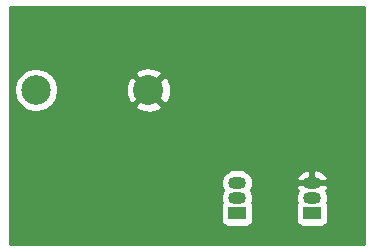
<source format=gbr>
G04 #@! TF.GenerationSoftware,KiCad,Pcbnew,(5.1.2)-1*
G04 #@! TF.CreationDate,2019-06-03T12:51:13-05:00*
G04 #@! TF.ProjectId,1stCircuit,31737443-6972-4637-9569-742e6b696361,rev?*
G04 #@! TF.SameCoordinates,Original*
G04 #@! TF.FileFunction,Copper,L2,Bot*
G04 #@! TF.FilePolarity,Positive*
%FSLAX46Y46*%
G04 Gerber Fmt 4.6, Leading zero omitted, Abs format (unit mm)*
G04 Created by KiCad (PCBNEW (5.1.2)-1) date 2019-06-03 12:51:13*
%MOMM*%
%LPD*%
G04 APERTURE LIST*
%ADD10C,2.540000*%
%ADD11C,2.500000*%
%ADD12R,1.500000X1.050000*%
%ADD13O,1.500000X1.050000*%
%ADD14C,0.800000*%
%ADD15C,0.254000*%
G04 APERTURE END LIST*
D10*
X149230000Y-95250000D03*
D11*
X139700000Y-95250000D03*
D12*
X163068000Y-105664000D03*
D13*
X163068000Y-103124000D03*
X163068000Y-104394000D03*
D12*
X156718000Y-105664000D03*
D13*
X156718000Y-103124000D03*
X156718000Y-104394000D03*
D14*
X165354000Y-96012000D03*
D15*
G36*
X167513000Y-108331000D02*
G01*
X137541000Y-108331000D01*
X137541000Y-103124000D01*
X155327388Y-103124000D01*
X155349785Y-103351400D01*
X155416115Y-103570060D01*
X155517105Y-103759000D01*
X155416115Y-103947940D01*
X155349785Y-104166600D01*
X155327388Y-104394000D01*
X155349785Y-104621400D01*
X155413093Y-104830098D01*
X155378498Y-104894820D01*
X155342188Y-105014518D01*
X155329928Y-105139000D01*
X155329928Y-106189000D01*
X155342188Y-106313482D01*
X155378498Y-106433180D01*
X155437463Y-106543494D01*
X155516815Y-106640185D01*
X155613506Y-106719537D01*
X155723820Y-106778502D01*
X155843518Y-106814812D01*
X155968000Y-106827072D01*
X157468000Y-106827072D01*
X157592482Y-106814812D01*
X157712180Y-106778502D01*
X157822494Y-106719537D01*
X157919185Y-106640185D01*
X157998537Y-106543494D01*
X158057502Y-106433180D01*
X158093812Y-106313482D01*
X158106072Y-106189000D01*
X158106072Y-105139000D01*
X158093812Y-105014518D01*
X158057502Y-104894820D01*
X158022907Y-104830098D01*
X158086215Y-104621400D01*
X158108612Y-104394000D01*
X161677388Y-104394000D01*
X161699785Y-104621400D01*
X161763093Y-104830098D01*
X161728498Y-104894820D01*
X161692188Y-105014518D01*
X161679928Y-105139000D01*
X161679928Y-106189000D01*
X161692188Y-106313482D01*
X161728498Y-106433180D01*
X161787463Y-106543494D01*
X161866815Y-106640185D01*
X161963506Y-106719537D01*
X162073820Y-106778502D01*
X162193518Y-106814812D01*
X162318000Y-106827072D01*
X163818000Y-106827072D01*
X163942482Y-106814812D01*
X164062180Y-106778502D01*
X164172494Y-106719537D01*
X164269185Y-106640185D01*
X164348537Y-106543494D01*
X164407502Y-106433180D01*
X164443812Y-106313482D01*
X164456072Y-106189000D01*
X164456072Y-105139000D01*
X164443812Y-105014518D01*
X164407502Y-104894820D01*
X164372907Y-104830098D01*
X164436215Y-104621400D01*
X164458612Y-104394000D01*
X164436215Y-104166600D01*
X164369885Y-103947940D01*
X164269071Y-103759331D01*
X164310275Y-103700882D01*
X164403272Y-103491337D01*
X164411964Y-103429810D01*
X164286163Y-103251000D01*
X163521109Y-103251000D01*
X163520400Y-103250785D01*
X163349979Y-103234000D01*
X162786021Y-103234000D01*
X162615600Y-103250785D01*
X162614891Y-103251000D01*
X161849837Y-103251000D01*
X161724036Y-103429810D01*
X161732728Y-103491337D01*
X161825725Y-103700882D01*
X161866929Y-103759331D01*
X161766115Y-103947940D01*
X161699785Y-104166600D01*
X161677388Y-104394000D01*
X158108612Y-104394000D01*
X158086215Y-104166600D01*
X158019885Y-103947940D01*
X157918895Y-103759000D01*
X158019885Y-103570060D01*
X158086215Y-103351400D01*
X158108612Y-103124000D01*
X158086215Y-102896600D01*
X158062430Y-102818190D01*
X161724036Y-102818190D01*
X161849837Y-102997000D01*
X162941000Y-102997000D01*
X162941000Y-102117402D01*
X163195000Y-102117402D01*
X163195000Y-102997000D01*
X164286163Y-102997000D01*
X164411964Y-102818190D01*
X164403272Y-102756663D01*
X164310275Y-102547118D01*
X164178184Y-102359742D01*
X164012076Y-102201736D01*
X163818334Y-102079172D01*
X163604404Y-101996761D01*
X163378507Y-101957669D01*
X163195000Y-102117402D01*
X162941000Y-102117402D01*
X162757493Y-101957669D01*
X162531596Y-101996761D01*
X162317666Y-102079172D01*
X162123924Y-102201736D01*
X161957816Y-102359742D01*
X161825725Y-102547118D01*
X161732728Y-102756663D01*
X161724036Y-102818190D01*
X158062430Y-102818190D01*
X158019885Y-102677940D01*
X157912171Y-102476421D01*
X157767212Y-102299788D01*
X157590579Y-102154829D01*
X157389060Y-102047115D01*
X157170400Y-101980785D01*
X156999979Y-101964000D01*
X156436021Y-101964000D01*
X156265600Y-101980785D01*
X156046940Y-102047115D01*
X155845421Y-102154829D01*
X155668788Y-102299788D01*
X155523829Y-102476421D01*
X155416115Y-102677940D01*
X155349785Y-102896600D01*
X155327388Y-103124000D01*
X137541000Y-103124000D01*
X137541000Y-95064344D01*
X137815000Y-95064344D01*
X137815000Y-95435656D01*
X137887439Y-95799834D01*
X138029534Y-96142882D01*
X138235825Y-96451618D01*
X138498382Y-96714175D01*
X138807118Y-96920466D01*
X139150166Y-97062561D01*
X139514344Y-97135000D01*
X139885656Y-97135000D01*
X140249834Y-97062561D01*
X140592882Y-96920466D01*
X140901618Y-96714175D01*
X141037941Y-96577852D01*
X148081753Y-96577852D01*
X148210076Y-96869871D01*
X148545695Y-97037723D01*
X148907611Y-97136874D01*
X149281916Y-97163514D01*
X149654227Y-97116618D01*
X150010235Y-96997988D01*
X150249924Y-96869871D01*
X150378247Y-96577852D01*
X149230000Y-95429605D01*
X148081753Y-96577852D01*
X141037941Y-96577852D01*
X141164175Y-96451618D01*
X141370466Y-96142882D01*
X141512561Y-95799834D01*
X141585000Y-95435656D01*
X141585000Y-95301916D01*
X147316486Y-95301916D01*
X147363382Y-95674227D01*
X147482012Y-96030235D01*
X147610129Y-96269924D01*
X147902148Y-96398247D01*
X149050395Y-95250000D01*
X149409605Y-95250000D01*
X150557852Y-96398247D01*
X150849871Y-96269924D01*
X151017723Y-95934305D01*
X151116874Y-95572389D01*
X151143514Y-95198084D01*
X151096618Y-94825773D01*
X150977988Y-94469765D01*
X150849871Y-94230076D01*
X150557852Y-94101753D01*
X149409605Y-95250000D01*
X149050395Y-95250000D01*
X147902148Y-94101753D01*
X147610129Y-94230076D01*
X147442277Y-94565695D01*
X147343126Y-94927611D01*
X147316486Y-95301916D01*
X141585000Y-95301916D01*
X141585000Y-95064344D01*
X141512561Y-94700166D01*
X141370466Y-94357118D01*
X141164175Y-94048382D01*
X141037941Y-93922148D01*
X148081753Y-93922148D01*
X149230000Y-95070395D01*
X150378247Y-93922148D01*
X150249924Y-93630129D01*
X149914305Y-93462277D01*
X149552389Y-93363126D01*
X149178084Y-93336486D01*
X148805773Y-93383382D01*
X148449765Y-93502012D01*
X148210076Y-93630129D01*
X148081753Y-93922148D01*
X141037941Y-93922148D01*
X140901618Y-93785825D01*
X140592882Y-93579534D01*
X140249834Y-93437439D01*
X139885656Y-93365000D01*
X139514344Y-93365000D01*
X139150166Y-93437439D01*
X138807118Y-93579534D01*
X138498382Y-93785825D01*
X138235825Y-94048382D01*
X138029534Y-94357118D01*
X137887439Y-94700166D01*
X137815000Y-95064344D01*
X137541000Y-95064344D01*
X137541000Y-88265000D01*
X167513000Y-88265000D01*
X167513000Y-108331000D01*
X167513000Y-108331000D01*
G37*
X167513000Y-108331000D02*
X137541000Y-108331000D01*
X137541000Y-103124000D01*
X155327388Y-103124000D01*
X155349785Y-103351400D01*
X155416115Y-103570060D01*
X155517105Y-103759000D01*
X155416115Y-103947940D01*
X155349785Y-104166600D01*
X155327388Y-104394000D01*
X155349785Y-104621400D01*
X155413093Y-104830098D01*
X155378498Y-104894820D01*
X155342188Y-105014518D01*
X155329928Y-105139000D01*
X155329928Y-106189000D01*
X155342188Y-106313482D01*
X155378498Y-106433180D01*
X155437463Y-106543494D01*
X155516815Y-106640185D01*
X155613506Y-106719537D01*
X155723820Y-106778502D01*
X155843518Y-106814812D01*
X155968000Y-106827072D01*
X157468000Y-106827072D01*
X157592482Y-106814812D01*
X157712180Y-106778502D01*
X157822494Y-106719537D01*
X157919185Y-106640185D01*
X157998537Y-106543494D01*
X158057502Y-106433180D01*
X158093812Y-106313482D01*
X158106072Y-106189000D01*
X158106072Y-105139000D01*
X158093812Y-105014518D01*
X158057502Y-104894820D01*
X158022907Y-104830098D01*
X158086215Y-104621400D01*
X158108612Y-104394000D01*
X161677388Y-104394000D01*
X161699785Y-104621400D01*
X161763093Y-104830098D01*
X161728498Y-104894820D01*
X161692188Y-105014518D01*
X161679928Y-105139000D01*
X161679928Y-106189000D01*
X161692188Y-106313482D01*
X161728498Y-106433180D01*
X161787463Y-106543494D01*
X161866815Y-106640185D01*
X161963506Y-106719537D01*
X162073820Y-106778502D01*
X162193518Y-106814812D01*
X162318000Y-106827072D01*
X163818000Y-106827072D01*
X163942482Y-106814812D01*
X164062180Y-106778502D01*
X164172494Y-106719537D01*
X164269185Y-106640185D01*
X164348537Y-106543494D01*
X164407502Y-106433180D01*
X164443812Y-106313482D01*
X164456072Y-106189000D01*
X164456072Y-105139000D01*
X164443812Y-105014518D01*
X164407502Y-104894820D01*
X164372907Y-104830098D01*
X164436215Y-104621400D01*
X164458612Y-104394000D01*
X164436215Y-104166600D01*
X164369885Y-103947940D01*
X164269071Y-103759331D01*
X164310275Y-103700882D01*
X164403272Y-103491337D01*
X164411964Y-103429810D01*
X164286163Y-103251000D01*
X163521109Y-103251000D01*
X163520400Y-103250785D01*
X163349979Y-103234000D01*
X162786021Y-103234000D01*
X162615600Y-103250785D01*
X162614891Y-103251000D01*
X161849837Y-103251000D01*
X161724036Y-103429810D01*
X161732728Y-103491337D01*
X161825725Y-103700882D01*
X161866929Y-103759331D01*
X161766115Y-103947940D01*
X161699785Y-104166600D01*
X161677388Y-104394000D01*
X158108612Y-104394000D01*
X158086215Y-104166600D01*
X158019885Y-103947940D01*
X157918895Y-103759000D01*
X158019885Y-103570060D01*
X158086215Y-103351400D01*
X158108612Y-103124000D01*
X158086215Y-102896600D01*
X158062430Y-102818190D01*
X161724036Y-102818190D01*
X161849837Y-102997000D01*
X162941000Y-102997000D01*
X162941000Y-102117402D01*
X163195000Y-102117402D01*
X163195000Y-102997000D01*
X164286163Y-102997000D01*
X164411964Y-102818190D01*
X164403272Y-102756663D01*
X164310275Y-102547118D01*
X164178184Y-102359742D01*
X164012076Y-102201736D01*
X163818334Y-102079172D01*
X163604404Y-101996761D01*
X163378507Y-101957669D01*
X163195000Y-102117402D01*
X162941000Y-102117402D01*
X162757493Y-101957669D01*
X162531596Y-101996761D01*
X162317666Y-102079172D01*
X162123924Y-102201736D01*
X161957816Y-102359742D01*
X161825725Y-102547118D01*
X161732728Y-102756663D01*
X161724036Y-102818190D01*
X158062430Y-102818190D01*
X158019885Y-102677940D01*
X157912171Y-102476421D01*
X157767212Y-102299788D01*
X157590579Y-102154829D01*
X157389060Y-102047115D01*
X157170400Y-101980785D01*
X156999979Y-101964000D01*
X156436021Y-101964000D01*
X156265600Y-101980785D01*
X156046940Y-102047115D01*
X155845421Y-102154829D01*
X155668788Y-102299788D01*
X155523829Y-102476421D01*
X155416115Y-102677940D01*
X155349785Y-102896600D01*
X155327388Y-103124000D01*
X137541000Y-103124000D01*
X137541000Y-95064344D01*
X137815000Y-95064344D01*
X137815000Y-95435656D01*
X137887439Y-95799834D01*
X138029534Y-96142882D01*
X138235825Y-96451618D01*
X138498382Y-96714175D01*
X138807118Y-96920466D01*
X139150166Y-97062561D01*
X139514344Y-97135000D01*
X139885656Y-97135000D01*
X140249834Y-97062561D01*
X140592882Y-96920466D01*
X140901618Y-96714175D01*
X141037941Y-96577852D01*
X148081753Y-96577852D01*
X148210076Y-96869871D01*
X148545695Y-97037723D01*
X148907611Y-97136874D01*
X149281916Y-97163514D01*
X149654227Y-97116618D01*
X150010235Y-96997988D01*
X150249924Y-96869871D01*
X150378247Y-96577852D01*
X149230000Y-95429605D01*
X148081753Y-96577852D01*
X141037941Y-96577852D01*
X141164175Y-96451618D01*
X141370466Y-96142882D01*
X141512561Y-95799834D01*
X141585000Y-95435656D01*
X141585000Y-95301916D01*
X147316486Y-95301916D01*
X147363382Y-95674227D01*
X147482012Y-96030235D01*
X147610129Y-96269924D01*
X147902148Y-96398247D01*
X149050395Y-95250000D01*
X149409605Y-95250000D01*
X150557852Y-96398247D01*
X150849871Y-96269924D01*
X151017723Y-95934305D01*
X151116874Y-95572389D01*
X151143514Y-95198084D01*
X151096618Y-94825773D01*
X150977988Y-94469765D01*
X150849871Y-94230076D01*
X150557852Y-94101753D01*
X149409605Y-95250000D01*
X149050395Y-95250000D01*
X147902148Y-94101753D01*
X147610129Y-94230076D01*
X147442277Y-94565695D01*
X147343126Y-94927611D01*
X147316486Y-95301916D01*
X141585000Y-95301916D01*
X141585000Y-95064344D01*
X141512561Y-94700166D01*
X141370466Y-94357118D01*
X141164175Y-94048382D01*
X141037941Y-93922148D01*
X148081753Y-93922148D01*
X149230000Y-95070395D01*
X150378247Y-93922148D01*
X150249924Y-93630129D01*
X149914305Y-93462277D01*
X149552389Y-93363126D01*
X149178084Y-93336486D01*
X148805773Y-93383382D01*
X148449765Y-93502012D01*
X148210076Y-93630129D01*
X148081753Y-93922148D01*
X141037941Y-93922148D01*
X140901618Y-93785825D01*
X140592882Y-93579534D01*
X140249834Y-93437439D01*
X139885656Y-93365000D01*
X139514344Y-93365000D01*
X139150166Y-93437439D01*
X138807118Y-93579534D01*
X138498382Y-93785825D01*
X138235825Y-94048382D01*
X138029534Y-94357118D01*
X137887439Y-94700166D01*
X137815000Y-95064344D01*
X137541000Y-95064344D01*
X137541000Y-88265000D01*
X167513000Y-88265000D01*
X167513000Y-108331000D01*
M02*

</source>
